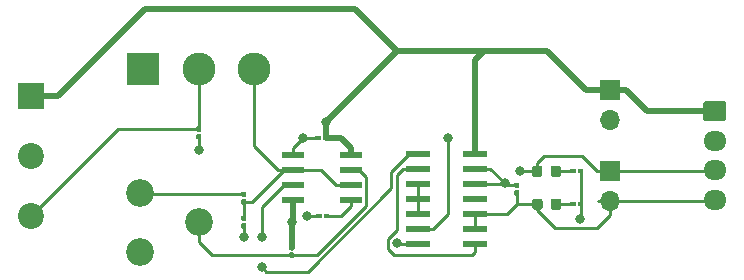
<source format=gbr>
G04 #@! TF.GenerationSoftware,KiCad,Pcbnew,(5.1.4)-1*
G04 #@! TF.CreationDate,2019-10-29T10:28:28+00:00*
G04 #@! TF.ProjectId,timer-board,74696d65-722d-4626-9f61-72642e6b6963,rev?*
G04 #@! TF.SameCoordinates,Original*
G04 #@! TF.FileFunction,Copper,L1,Top*
G04 #@! TF.FilePolarity,Positive*
%FSLAX46Y46*%
G04 Gerber Fmt 4.6, Leading zero omitted, Abs format (unit mm)*
G04 Created by KiCad (PCBNEW (5.1.4)-1) date 2019-10-29 10:28:28*
%MOMM*%
%LPD*%
G04 APERTURE LIST*
%ADD10O,1.950000X1.700000*%
%ADD11C,0.100000*%
%ADD12C,1.700000*%
%ADD13C,2.200000*%
%ADD14R,2.200000X2.200000*%
%ADD15C,0.400000*%
%ADD16C,0.875000*%
%ADD17R,1.700000X1.700000*%
%ADD18O,1.700000X1.700000*%
%ADD19C,2.340000*%
%ADD20R,2.781300X2.781300*%
%ADD21C,2.781300*%
%ADD22R,1.981200X0.558800*%
%ADD23R,2.057400X0.609600*%
%ADD24C,0.800000*%
%ADD25C,0.250000*%
%ADD26C,0.500000*%
G04 APERTURE END LIST*
D10*
X368808000Y-119260000D03*
X368808000Y-116760000D03*
X368808000Y-114260000D03*
D11*
G36*
X369557504Y-110911204D02*
G01*
X369581773Y-110914804D01*
X369605571Y-110920765D01*
X369628671Y-110929030D01*
X369650849Y-110939520D01*
X369671893Y-110952133D01*
X369691598Y-110966747D01*
X369709777Y-110983223D01*
X369726253Y-111001402D01*
X369740867Y-111021107D01*
X369753480Y-111042151D01*
X369763970Y-111064329D01*
X369772235Y-111087429D01*
X369778196Y-111111227D01*
X369781796Y-111135496D01*
X369783000Y-111160000D01*
X369783000Y-112360000D01*
X369781796Y-112384504D01*
X369778196Y-112408773D01*
X369772235Y-112432571D01*
X369763970Y-112455671D01*
X369753480Y-112477849D01*
X369740867Y-112498893D01*
X369726253Y-112518598D01*
X369709777Y-112536777D01*
X369691598Y-112553253D01*
X369671893Y-112567867D01*
X369650849Y-112580480D01*
X369628671Y-112590970D01*
X369605571Y-112599235D01*
X369581773Y-112605196D01*
X369557504Y-112608796D01*
X369533000Y-112610000D01*
X368083000Y-112610000D01*
X368058496Y-112608796D01*
X368034227Y-112605196D01*
X368010429Y-112599235D01*
X367987329Y-112590970D01*
X367965151Y-112580480D01*
X367944107Y-112567867D01*
X367924402Y-112553253D01*
X367906223Y-112536777D01*
X367889747Y-112518598D01*
X367875133Y-112498893D01*
X367862520Y-112477849D01*
X367852030Y-112455671D01*
X367843765Y-112432571D01*
X367837804Y-112408773D01*
X367834204Y-112384504D01*
X367833000Y-112360000D01*
X367833000Y-111160000D01*
X367834204Y-111135496D01*
X367837804Y-111111227D01*
X367843765Y-111087429D01*
X367852030Y-111064329D01*
X367862520Y-111042151D01*
X367875133Y-111021107D01*
X367889747Y-111001402D01*
X367906223Y-110983223D01*
X367924402Y-110966747D01*
X367944107Y-110952133D01*
X367965151Y-110939520D01*
X367987329Y-110929030D01*
X368010429Y-110920765D01*
X368034227Y-110914804D01*
X368058496Y-110911204D01*
X368083000Y-110910000D01*
X369533000Y-110910000D01*
X369557504Y-110911204D01*
X369557504Y-110911204D01*
G37*
D12*
X368808000Y-111760000D03*
D13*
X310896000Y-120650000D03*
X310896000Y-115570000D03*
D14*
X310896000Y-110490000D03*
D11*
G36*
X357583802Y-119434482D02*
G01*
X357593509Y-119435921D01*
X357603028Y-119438306D01*
X357612268Y-119441612D01*
X357621140Y-119445808D01*
X357629557Y-119450853D01*
X357637439Y-119456699D01*
X357644711Y-119463289D01*
X357651301Y-119470561D01*
X357657147Y-119478443D01*
X357662192Y-119486860D01*
X357666388Y-119495732D01*
X357669694Y-119504972D01*
X357672079Y-119514491D01*
X357673518Y-119524198D01*
X357674000Y-119534000D01*
X357674000Y-119734000D01*
X357673518Y-119743802D01*
X357672079Y-119753509D01*
X357669694Y-119763028D01*
X357666388Y-119772268D01*
X357662192Y-119781140D01*
X357657147Y-119789557D01*
X357651301Y-119797439D01*
X357644711Y-119804711D01*
X357637439Y-119811301D01*
X357629557Y-119817147D01*
X357621140Y-119822192D01*
X357612268Y-119826388D01*
X357603028Y-119829694D01*
X357593509Y-119832079D01*
X357583802Y-119833518D01*
X357574000Y-119834000D01*
X357314000Y-119834000D01*
X357304198Y-119833518D01*
X357294491Y-119832079D01*
X357284972Y-119829694D01*
X357275732Y-119826388D01*
X357266860Y-119822192D01*
X357258443Y-119817147D01*
X357250561Y-119811301D01*
X357243289Y-119804711D01*
X357236699Y-119797439D01*
X357230853Y-119789557D01*
X357225808Y-119781140D01*
X357221612Y-119772268D01*
X357218306Y-119763028D01*
X357215921Y-119753509D01*
X357214482Y-119743802D01*
X357214000Y-119734000D01*
X357214000Y-119534000D01*
X357214482Y-119524198D01*
X357215921Y-119514491D01*
X357218306Y-119504972D01*
X357221612Y-119495732D01*
X357225808Y-119486860D01*
X357230853Y-119478443D01*
X357236699Y-119470561D01*
X357243289Y-119463289D01*
X357250561Y-119456699D01*
X357258443Y-119450853D01*
X357266860Y-119445808D01*
X357275732Y-119441612D01*
X357284972Y-119438306D01*
X357294491Y-119435921D01*
X357304198Y-119434482D01*
X357314000Y-119434000D01*
X357574000Y-119434000D01*
X357583802Y-119434482D01*
X357583802Y-119434482D01*
G37*
D15*
X357444000Y-119634000D03*
D11*
G36*
X356943802Y-119434482D02*
G01*
X356953509Y-119435921D01*
X356963028Y-119438306D01*
X356972268Y-119441612D01*
X356981140Y-119445808D01*
X356989557Y-119450853D01*
X356997439Y-119456699D01*
X357004711Y-119463289D01*
X357011301Y-119470561D01*
X357017147Y-119478443D01*
X357022192Y-119486860D01*
X357026388Y-119495732D01*
X357029694Y-119504972D01*
X357032079Y-119514491D01*
X357033518Y-119524198D01*
X357034000Y-119534000D01*
X357034000Y-119734000D01*
X357033518Y-119743802D01*
X357032079Y-119753509D01*
X357029694Y-119763028D01*
X357026388Y-119772268D01*
X357022192Y-119781140D01*
X357017147Y-119789557D01*
X357011301Y-119797439D01*
X357004711Y-119804711D01*
X356997439Y-119811301D01*
X356989557Y-119817147D01*
X356981140Y-119822192D01*
X356972268Y-119826388D01*
X356963028Y-119829694D01*
X356953509Y-119832079D01*
X356943802Y-119833518D01*
X356934000Y-119834000D01*
X356674000Y-119834000D01*
X356664198Y-119833518D01*
X356654491Y-119832079D01*
X356644972Y-119829694D01*
X356635732Y-119826388D01*
X356626860Y-119822192D01*
X356618443Y-119817147D01*
X356610561Y-119811301D01*
X356603289Y-119804711D01*
X356596699Y-119797439D01*
X356590853Y-119789557D01*
X356585808Y-119781140D01*
X356581612Y-119772268D01*
X356578306Y-119763028D01*
X356575921Y-119753509D01*
X356574482Y-119743802D01*
X356574000Y-119734000D01*
X356574000Y-119534000D01*
X356574482Y-119524198D01*
X356575921Y-119514491D01*
X356578306Y-119504972D01*
X356581612Y-119495732D01*
X356585808Y-119486860D01*
X356590853Y-119478443D01*
X356596699Y-119470561D01*
X356603289Y-119463289D01*
X356610561Y-119456699D01*
X356618443Y-119450853D01*
X356626860Y-119445808D01*
X356635732Y-119441612D01*
X356644972Y-119438306D01*
X356654491Y-119435921D01*
X356664198Y-119434482D01*
X356674000Y-119434000D01*
X356934000Y-119434000D01*
X356943802Y-119434482D01*
X356943802Y-119434482D01*
G37*
D15*
X356804000Y-119634000D03*
D11*
G36*
X354036691Y-119160053D02*
G01*
X354057926Y-119163203D01*
X354078750Y-119168419D01*
X354098962Y-119175651D01*
X354118368Y-119184830D01*
X354136781Y-119195866D01*
X354154024Y-119208654D01*
X354169930Y-119223070D01*
X354184346Y-119238976D01*
X354197134Y-119256219D01*
X354208170Y-119274632D01*
X354217349Y-119294038D01*
X354224581Y-119314250D01*
X354229797Y-119335074D01*
X354232947Y-119356309D01*
X354234000Y-119377750D01*
X354234000Y-119890250D01*
X354232947Y-119911691D01*
X354229797Y-119932926D01*
X354224581Y-119953750D01*
X354217349Y-119973962D01*
X354208170Y-119993368D01*
X354197134Y-120011781D01*
X354184346Y-120029024D01*
X354169930Y-120044930D01*
X354154024Y-120059346D01*
X354136781Y-120072134D01*
X354118368Y-120083170D01*
X354098962Y-120092349D01*
X354078750Y-120099581D01*
X354057926Y-120104797D01*
X354036691Y-120107947D01*
X354015250Y-120109000D01*
X353577750Y-120109000D01*
X353556309Y-120107947D01*
X353535074Y-120104797D01*
X353514250Y-120099581D01*
X353494038Y-120092349D01*
X353474632Y-120083170D01*
X353456219Y-120072134D01*
X353438976Y-120059346D01*
X353423070Y-120044930D01*
X353408654Y-120029024D01*
X353395866Y-120011781D01*
X353384830Y-119993368D01*
X353375651Y-119973962D01*
X353368419Y-119953750D01*
X353363203Y-119932926D01*
X353360053Y-119911691D01*
X353359000Y-119890250D01*
X353359000Y-119377750D01*
X353360053Y-119356309D01*
X353363203Y-119335074D01*
X353368419Y-119314250D01*
X353375651Y-119294038D01*
X353384830Y-119274632D01*
X353395866Y-119256219D01*
X353408654Y-119238976D01*
X353423070Y-119223070D01*
X353438976Y-119208654D01*
X353456219Y-119195866D01*
X353474632Y-119184830D01*
X353494038Y-119175651D01*
X353514250Y-119168419D01*
X353535074Y-119163203D01*
X353556309Y-119160053D01*
X353577750Y-119159000D01*
X354015250Y-119159000D01*
X354036691Y-119160053D01*
X354036691Y-119160053D01*
G37*
D16*
X353796500Y-119634000D03*
D11*
G36*
X355611691Y-119160053D02*
G01*
X355632926Y-119163203D01*
X355653750Y-119168419D01*
X355673962Y-119175651D01*
X355693368Y-119184830D01*
X355711781Y-119195866D01*
X355729024Y-119208654D01*
X355744930Y-119223070D01*
X355759346Y-119238976D01*
X355772134Y-119256219D01*
X355783170Y-119274632D01*
X355792349Y-119294038D01*
X355799581Y-119314250D01*
X355804797Y-119335074D01*
X355807947Y-119356309D01*
X355809000Y-119377750D01*
X355809000Y-119890250D01*
X355807947Y-119911691D01*
X355804797Y-119932926D01*
X355799581Y-119953750D01*
X355792349Y-119973962D01*
X355783170Y-119993368D01*
X355772134Y-120011781D01*
X355759346Y-120029024D01*
X355744930Y-120044930D01*
X355729024Y-120059346D01*
X355711781Y-120072134D01*
X355693368Y-120083170D01*
X355673962Y-120092349D01*
X355653750Y-120099581D01*
X355632926Y-120104797D01*
X355611691Y-120107947D01*
X355590250Y-120109000D01*
X355152750Y-120109000D01*
X355131309Y-120107947D01*
X355110074Y-120104797D01*
X355089250Y-120099581D01*
X355069038Y-120092349D01*
X355049632Y-120083170D01*
X355031219Y-120072134D01*
X355013976Y-120059346D01*
X354998070Y-120044930D01*
X354983654Y-120029024D01*
X354970866Y-120011781D01*
X354959830Y-119993368D01*
X354950651Y-119973962D01*
X354943419Y-119953750D01*
X354938203Y-119932926D01*
X354935053Y-119911691D01*
X354934000Y-119890250D01*
X354934000Y-119377750D01*
X354935053Y-119356309D01*
X354938203Y-119335074D01*
X354943419Y-119314250D01*
X354950651Y-119294038D01*
X354959830Y-119274632D01*
X354970866Y-119256219D01*
X354983654Y-119238976D01*
X354998070Y-119223070D01*
X355013976Y-119208654D01*
X355031219Y-119195866D01*
X355049632Y-119184830D01*
X355069038Y-119175651D01*
X355089250Y-119168419D01*
X355110074Y-119163203D01*
X355131309Y-119160053D01*
X355152750Y-119159000D01*
X355590250Y-119159000D01*
X355611691Y-119160053D01*
X355611691Y-119160053D01*
G37*
D16*
X355371500Y-119634000D03*
D11*
G36*
X329039802Y-121248482D02*
G01*
X329049509Y-121249921D01*
X329059028Y-121252306D01*
X329068268Y-121255612D01*
X329077140Y-121259808D01*
X329085557Y-121264853D01*
X329093439Y-121270699D01*
X329100711Y-121277289D01*
X329107301Y-121284561D01*
X329113147Y-121292443D01*
X329118192Y-121300860D01*
X329122388Y-121309732D01*
X329125694Y-121318972D01*
X329128079Y-121328491D01*
X329129518Y-121338198D01*
X329130000Y-121348000D01*
X329130000Y-121608000D01*
X329129518Y-121617802D01*
X329128079Y-121627509D01*
X329125694Y-121637028D01*
X329122388Y-121646268D01*
X329118192Y-121655140D01*
X329113147Y-121663557D01*
X329107301Y-121671439D01*
X329100711Y-121678711D01*
X329093439Y-121685301D01*
X329085557Y-121691147D01*
X329077140Y-121696192D01*
X329068268Y-121700388D01*
X329059028Y-121703694D01*
X329049509Y-121706079D01*
X329039802Y-121707518D01*
X329030000Y-121708000D01*
X328830000Y-121708000D01*
X328820198Y-121707518D01*
X328810491Y-121706079D01*
X328800972Y-121703694D01*
X328791732Y-121700388D01*
X328782860Y-121696192D01*
X328774443Y-121691147D01*
X328766561Y-121685301D01*
X328759289Y-121678711D01*
X328752699Y-121671439D01*
X328746853Y-121663557D01*
X328741808Y-121655140D01*
X328737612Y-121646268D01*
X328734306Y-121637028D01*
X328731921Y-121627509D01*
X328730482Y-121617802D01*
X328730000Y-121608000D01*
X328730000Y-121348000D01*
X328730482Y-121338198D01*
X328731921Y-121328491D01*
X328734306Y-121318972D01*
X328737612Y-121309732D01*
X328741808Y-121300860D01*
X328746853Y-121292443D01*
X328752699Y-121284561D01*
X328759289Y-121277289D01*
X328766561Y-121270699D01*
X328774443Y-121264853D01*
X328782860Y-121259808D01*
X328791732Y-121255612D01*
X328800972Y-121252306D01*
X328810491Y-121249921D01*
X328820198Y-121248482D01*
X328830000Y-121248000D01*
X329030000Y-121248000D01*
X329039802Y-121248482D01*
X329039802Y-121248482D01*
G37*
D15*
X328930000Y-121478000D03*
D11*
G36*
X329039802Y-120608482D02*
G01*
X329049509Y-120609921D01*
X329059028Y-120612306D01*
X329068268Y-120615612D01*
X329077140Y-120619808D01*
X329085557Y-120624853D01*
X329093439Y-120630699D01*
X329100711Y-120637289D01*
X329107301Y-120644561D01*
X329113147Y-120652443D01*
X329118192Y-120660860D01*
X329122388Y-120669732D01*
X329125694Y-120678972D01*
X329128079Y-120688491D01*
X329129518Y-120698198D01*
X329130000Y-120708000D01*
X329130000Y-120968000D01*
X329129518Y-120977802D01*
X329128079Y-120987509D01*
X329125694Y-120997028D01*
X329122388Y-121006268D01*
X329118192Y-121015140D01*
X329113147Y-121023557D01*
X329107301Y-121031439D01*
X329100711Y-121038711D01*
X329093439Y-121045301D01*
X329085557Y-121051147D01*
X329077140Y-121056192D01*
X329068268Y-121060388D01*
X329059028Y-121063694D01*
X329049509Y-121066079D01*
X329039802Y-121067518D01*
X329030000Y-121068000D01*
X328830000Y-121068000D01*
X328820198Y-121067518D01*
X328810491Y-121066079D01*
X328800972Y-121063694D01*
X328791732Y-121060388D01*
X328782860Y-121056192D01*
X328774443Y-121051147D01*
X328766561Y-121045301D01*
X328759289Y-121038711D01*
X328752699Y-121031439D01*
X328746853Y-121023557D01*
X328741808Y-121015140D01*
X328737612Y-121006268D01*
X328734306Y-120997028D01*
X328731921Y-120987509D01*
X328730482Y-120977802D01*
X328730000Y-120968000D01*
X328730000Y-120708000D01*
X328730482Y-120698198D01*
X328731921Y-120688491D01*
X328734306Y-120678972D01*
X328737612Y-120669732D01*
X328741808Y-120660860D01*
X328746853Y-120652443D01*
X328752699Y-120644561D01*
X328759289Y-120637289D01*
X328766561Y-120630699D01*
X328774443Y-120624853D01*
X328782860Y-120619808D01*
X328791732Y-120615612D01*
X328800972Y-120612306D01*
X328810491Y-120609921D01*
X328820198Y-120608482D01*
X328830000Y-120608000D01*
X329030000Y-120608000D01*
X329039802Y-120608482D01*
X329039802Y-120608482D01*
G37*
D15*
X328930000Y-120838000D03*
D11*
G36*
X335993802Y-113846482D02*
G01*
X336003509Y-113847921D01*
X336013028Y-113850306D01*
X336022268Y-113853612D01*
X336031140Y-113857808D01*
X336039557Y-113862853D01*
X336047439Y-113868699D01*
X336054711Y-113875289D01*
X336061301Y-113882561D01*
X336067147Y-113890443D01*
X336072192Y-113898860D01*
X336076388Y-113907732D01*
X336079694Y-113916972D01*
X336082079Y-113926491D01*
X336083518Y-113936198D01*
X336084000Y-113946000D01*
X336084000Y-114146000D01*
X336083518Y-114155802D01*
X336082079Y-114165509D01*
X336079694Y-114175028D01*
X336076388Y-114184268D01*
X336072192Y-114193140D01*
X336067147Y-114201557D01*
X336061301Y-114209439D01*
X336054711Y-114216711D01*
X336047439Y-114223301D01*
X336039557Y-114229147D01*
X336031140Y-114234192D01*
X336022268Y-114238388D01*
X336013028Y-114241694D01*
X336003509Y-114244079D01*
X335993802Y-114245518D01*
X335984000Y-114246000D01*
X335724000Y-114246000D01*
X335714198Y-114245518D01*
X335704491Y-114244079D01*
X335694972Y-114241694D01*
X335685732Y-114238388D01*
X335676860Y-114234192D01*
X335668443Y-114229147D01*
X335660561Y-114223301D01*
X335653289Y-114216711D01*
X335646699Y-114209439D01*
X335640853Y-114201557D01*
X335635808Y-114193140D01*
X335631612Y-114184268D01*
X335628306Y-114175028D01*
X335625921Y-114165509D01*
X335624482Y-114155802D01*
X335624000Y-114146000D01*
X335624000Y-113946000D01*
X335624482Y-113936198D01*
X335625921Y-113926491D01*
X335628306Y-113916972D01*
X335631612Y-113907732D01*
X335635808Y-113898860D01*
X335640853Y-113890443D01*
X335646699Y-113882561D01*
X335653289Y-113875289D01*
X335660561Y-113868699D01*
X335668443Y-113862853D01*
X335676860Y-113857808D01*
X335685732Y-113853612D01*
X335694972Y-113850306D01*
X335704491Y-113847921D01*
X335714198Y-113846482D01*
X335724000Y-113846000D01*
X335984000Y-113846000D01*
X335993802Y-113846482D01*
X335993802Y-113846482D01*
G37*
D15*
X335854000Y-114046000D03*
D11*
G36*
X335353802Y-113846482D02*
G01*
X335363509Y-113847921D01*
X335373028Y-113850306D01*
X335382268Y-113853612D01*
X335391140Y-113857808D01*
X335399557Y-113862853D01*
X335407439Y-113868699D01*
X335414711Y-113875289D01*
X335421301Y-113882561D01*
X335427147Y-113890443D01*
X335432192Y-113898860D01*
X335436388Y-113907732D01*
X335439694Y-113916972D01*
X335442079Y-113926491D01*
X335443518Y-113936198D01*
X335444000Y-113946000D01*
X335444000Y-114146000D01*
X335443518Y-114155802D01*
X335442079Y-114165509D01*
X335439694Y-114175028D01*
X335436388Y-114184268D01*
X335432192Y-114193140D01*
X335427147Y-114201557D01*
X335421301Y-114209439D01*
X335414711Y-114216711D01*
X335407439Y-114223301D01*
X335399557Y-114229147D01*
X335391140Y-114234192D01*
X335382268Y-114238388D01*
X335373028Y-114241694D01*
X335363509Y-114244079D01*
X335353802Y-114245518D01*
X335344000Y-114246000D01*
X335084000Y-114246000D01*
X335074198Y-114245518D01*
X335064491Y-114244079D01*
X335054972Y-114241694D01*
X335045732Y-114238388D01*
X335036860Y-114234192D01*
X335028443Y-114229147D01*
X335020561Y-114223301D01*
X335013289Y-114216711D01*
X335006699Y-114209439D01*
X335000853Y-114201557D01*
X334995808Y-114193140D01*
X334991612Y-114184268D01*
X334988306Y-114175028D01*
X334985921Y-114165509D01*
X334984482Y-114155802D01*
X334984000Y-114146000D01*
X334984000Y-113946000D01*
X334984482Y-113936198D01*
X334985921Y-113926491D01*
X334988306Y-113916972D01*
X334991612Y-113907732D01*
X334995808Y-113898860D01*
X335000853Y-113890443D01*
X335006699Y-113882561D01*
X335013289Y-113875289D01*
X335020561Y-113868699D01*
X335028443Y-113862853D01*
X335036860Y-113857808D01*
X335045732Y-113853612D01*
X335054972Y-113850306D01*
X335064491Y-113847921D01*
X335074198Y-113846482D01*
X335084000Y-113846000D01*
X335344000Y-113846000D01*
X335353802Y-113846482D01*
X335353802Y-113846482D01*
G37*
D15*
X335214000Y-114046000D03*
D11*
G36*
X336084802Y-120450482D02*
G01*
X336094509Y-120451921D01*
X336104028Y-120454306D01*
X336113268Y-120457612D01*
X336122140Y-120461808D01*
X336130557Y-120466853D01*
X336138439Y-120472699D01*
X336145711Y-120479289D01*
X336152301Y-120486561D01*
X336158147Y-120494443D01*
X336163192Y-120502860D01*
X336167388Y-120511732D01*
X336170694Y-120520972D01*
X336173079Y-120530491D01*
X336174518Y-120540198D01*
X336175000Y-120550000D01*
X336175000Y-120750000D01*
X336174518Y-120759802D01*
X336173079Y-120769509D01*
X336170694Y-120779028D01*
X336167388Y-120788268D01*
X336163192Y-120797140D01*
X336158147Y-120805557D01*
X336152301Y-120813439D01*
X336145711Y-120820711D01*
X336138439Y-120827301D01*
X336130557Y-120833147D01*
X336122140Y-120838192D01*
X336113268Y-120842388D01*
X336104028Y-120845694D01*
X336094509Y-120848079D01*
X336084802Y-120849518D01*
X336075000Y-120850000D01*
X335815000Y-120850000D01*
X335805198Y-120849518D01*
X335795491Y-120848079D01*
X335785972Y-120845694D01*
X335776732Y-120842388D01*
X335767860Y-120838192D01*
X335759443Y-120833147D01*
X335751561Y-120827301D01*
X335744289Y-120820711D01*
X335737699Y-120813439D01*
X335731853Y-120805557D01*
X335726808Y-120797140D01*
X335722612Y-120788268D01*
X335719306Y-120779028D01*
X335716921Y-120769509D01*
X335715482Y-120759802D01*
X335715000Y-120750000D01*
X335715000Y-120550000D01*
X335715482Y-120540198D01*
X335716921Y-120530491D01*
X335719306Y-120520972D01*
X335722612Y-120511732D01*
X335726808Y-120502860D01*
X335731853Y-120494443D01*
X335737699Y-120486561D01*
X335744289Y-120479289D01*
X335751561Y-120472699D01*
X335759443Y-120466853D01*
X335767860Y-120461808D01*
X335776732Y-120457612D01*
X335785972Y-120454306D01*
X335795491Y-120451921D01*
X335805198Y-120450482D01*
X335815000Y-120450000D01*
X336075000Y-120450000D01*
X336084802Y-120450482D01*
X336084802Y-120450482D01*
G37*
D15*
X335945000Y-120650000D03*
D11*
G36*
X335444802Y-120450482D02*
G01*
X335454509Y-120451921D01*
X335464028Y-120454306D01*
X335473268Y-120457612D01*
X335482140Y-120461808D01*
X335490557Y-120466853D01*
X335498439Y-120472699D01*
X335505711Y-120479289D01*
X335512301Y-120486561D01*
X335518147Y-120494443D01*
X335523192Y-120502860D01*
X335527388Y-120511732D01*
X335530694Y-120520972D01*
X335533079Y-120530491D01*
X335534518Y-120540198D01*
X335535000Y-120550000D01*
X335535000Y-120750000D01*
X335534518Y-120759802D01*
X335533079Y-120769509D01*
X335530694Y-120779028D01*
X335527388Y-120788268D01*
X335523192Y-120797140D01*
X335518147Y-120805557D01*
X335512301Y-120813439D01*
X335505711Y-120820711D01*
X335498439Y-120827301D01*
X335490557Y-120833147D01*
X335482140Y-120838192D01*
X335473268Y-120842388D01*
X335464028Y-120845694D01*
X335454509Y-120848079D01*
X335444802Y-120849518D01*
X335435000Y-120850000D01*
X335175000Y-120850000D01*
X335165198Y-120849518D01*
X335155491Y-120848079D01*
X335145972Y-120845694D01*
X335136732Y-120842388D01*
X335127860Y-120838192D01*
X335119443Y-120833147D01*
X335111561Y-120827301D01*
X335104289Y-120820711D01*
X335097699Y-120813439D01*
X335091853Y-120805557D01*
X335086808Y-120797140D01*
X335082612Y-120788268D01*
X335079306Y-120779028D01*
X335076921Y-120769509D01*
X335075482Y-120759802D01*
X335075000Y-120750000D01*
X335075000Y-120550000D01*
X335075482Y-120540198D01*
X335076921Y-120530491D01*
X335079306Y-120520972D01*
X335082612Y-120511732D01*
X335086808Y-120502860D01*
X335091853Y-120494443D01*
X335097699Y-120486561D01*
X335104289Y-120479289D01*
X335111561Y-120472699D01*
X335119443Y-120466853D01*
X335127860Y-120461808D01*
X335136732Y-120457612D01*
X335145972Y-120454306D01*
X335155491Y-120451921D01*
X335165198Y-120450482D01*
X335175000Y-120450000D01*
X335435000Y-120450000D01*
X335444802Y-120450482D01*
X335444802Y-120450482D01*
G37*
D15*
X335305000Y-120650000D03*
D11*
G36*
X355586191Y-116366053D02*
G01*
X355607426Y-116369203D01*
X355628250Y-116374419D01*
X355648462Y-116381651D01*
X355667868Y-116390830D01*
X355686281Y-116401866D01*
X355703524Y-116414654D01*
X355719430Y-116429070D01*
X355733846Y-116444976D01*
X355746634Y-116462219D01*
X355757670Y-116480632D01*
X355766849Y-116500038D01*
X355774081Y-116520250D01*
X355779297Y-116541074D01*
X355782447Y-116562309D01*
X355783500Y-116583750D01*
X355783500Y-117096250D01*
X355782447Y-117117691D01*
X355779297Y-117138926D01*
X355774081Y-117159750D01*
X355766849Y-117179962D01*
X355757670Y-117199368D01*
X355746634Y-117217781D01*
X355733846Y-117235024D01*
X355719430Y-117250930D01*
X355703524Y-117265346D01*
X355686281Y-117278134D01*
X355667868Y-117289170D01*
X355648462Y-117298349D01*
X355628250Y-117305581D01*
X355607426Y-117310797D01*
X355586191Y-117313947D01*
X355564750Y-117315000D01*
X355127250Y-117315000D01*
X355105809Y-117313947D01*
X355084574Y-117310797D01*
X355063750Y-117305581D01*
X355043538Y-117298349D01*
X355024132Y-117289170D01*
X355005719Y-117278134D01*
X354988476Y-117265346D01*
X354972570Y-117250930D01*
X354958154Y-117235024D01*
X354945366Y-117217781D01*
X354934330Y-117199368D01*
X354925151Y-117179962D01*
X354917919Y-117159750D01*
X354912703Y-117138926D01*
X354909553Y-117117691D01*
X354908500Y-117096250D01*
X354908500Y-116583750D01*
X354909553Y-116562309D01*
X354912703Y-116541074D01*
X354917919Y-116520250D01*
X354925151Y-116500038D01*
X354934330Y-116480632D01*
X354945366Y-116462219D01*
X354958154Y-116444976D01*
X354972570Y-116429070D01*
X354988476Y-116414654D01*
X355005719Y-116401866D01*
X355024132Y-116390830D01*
X355043538Y-116381651D01*
X355063750Y-116374419D01*
X355084574Y-116369203D01*
X355105809Y-116366053D01*
X355127250Y-116365000D01*
X355564750Y-116365000D01*
X355586191Y-116366053D01*
X355586191Y-116366053D01*
G37*
D16*
X355346000Y-116840000D03*
D11*
G36*
X354011191Y-116366053D02*
G01*
X354032426Y-116369203D01*
X354053250Y-116374419D01*
X354073462Y-116381651D01*
X354092868Y-116390830D01*
X354111281Y-116401866D01*
X354128524Y-116414654D01*
X354144430Y-116429070D01*
X354158846Y-116444976D01*
X354171634Y-116462219D01*
X354182670Y-116480632D01*
X354191849Y-116500038D01*
X354199081Y-116520250D01*
X354204297Y-116541074D01*
X354207447Y-116562309D01*
X354208500Y-116583750D01*
X354208500Y-117096250D01*
X354207447Y-117117691D01*
X354204297Y-117138926D01*
X354199081Y-117159750D01*
X354191849Y-117179962D01*
X354182670Y-117199368D01*
X354171634Y-117217781D01*
X354158846Y-117235024D01*
X354144430Y-117250930D01*
X354128524Y-117265346D01*
X354111281Y-117278134D01*
X354092868Y-117289170D01*
X354073462Y-117298349D01*
X354053250Y-117305581D01*
X354032426Y-117310797D01*
X354011191Y-117313947D01*
X353989750Y-117315000D01*
X353552250Y-117315000D01*
X353530809Y-117313947D01*
X353509574Y-117310797D01*
X353488750Y-117305581D01*
X353468538Y-117298349D01*
X353449132Y-117289170D01*
X353430719Y-117278134D01*
X353413476Y-117265346D01*
X353397570Y-117250930D01*
X353383154Y-117235024D01*
X353370366Y-117217781D01*
X353359330Y-117199368D01*
X353350151Y-117179962D01*
X353342919Y-117159750D01*
X353337703Y-117138926D01*
X353334553Y-117117691D01*
X353333500Y-117096250D01*
X353333500Y-116583750D01*
X353334553Y-116562309D01*
X353337703Y-116541074D01*
X353342919Y-116520250D01*
X353350151Y-116500038D01*
X353359330Y-116480632D01*
X353370366Y-116462219D01*
X353383154Y-116444976D01*
X353397570Y-116429070D01*
X353413476Y-116414654D01*
X353430719Y-116401866D01*
X353449132Y-116390830D01*
X353468538Y-116381651D01*
X353488750Y-116374419D01*
X353509574Y-116369203D01*
X353530809Y-116366053D01*
X353552250Y-116365000D01*
X353989750Y-116365000D01*
X354011191Y-116366053D01*
X354011191Y-116366053D01*
G37*
D16*
X353771000Y-116840000D03*
D17*
X359918000Y-109982000D03*
D18*
X359918000Y-112522000D03*
X359918000Y-119380000D03*
D17*
X359918000Y-116840000D03*
D11*
G36*
X325229802Y-113054482D02*
G01*
X325239509Y-113055921D01*
X325249028Y-113058306D01*
X325258268Y-113061612D01*
X325267140Y-113065808D01*
X325275557Y-113070853D01*
X325283439Y-113076699D01*
X325290711Y-113083289D01*
X325297301Y-113090561D01*
X325303147Y-113098443D01*
X325308192Y-113106860D01*
X325312388Y-113115732D01*
X325315694Y-113124972D01*
X325318079Y-113134491D01*
X325319518Y-113144198D01*
X325320000Y-113154000D01*
X325320000Y-113414000D01*
X325319518Y-113423802D01*
X325318079Y-113433509D01*
X325315694Y-113443028D01*
X325312388Y-113452268D01*
X325308192Y-113461140D01*
X325303147Y-113469557D01*
X325297301Y-113477439D01*
X325290711Y-113484711D01*
X325283439Y-113491301D01*
X325275557Y-113497147D01*
X325267140Y-113502192D01*
X325258268Y-113506388D01*
X325249028Y-113509694D01*
X325239509Y-113512079D01*
X325229802Y-113513518D01*
X325220000Y-113514000D01*
X325020000Y-113514000D01*
X325010198Y-113513518D01*
X325000491Y-113512079D01*
X324990972Y-113509694D01*
X324981732Y-113506388D01*
X324972860Y-113502192D01*
X324964443Y-113497147D01*
X324956561Y-113491301D01*
X324949289Y-113484711D01*
X324942699Y-113477439D01*
X324936853Y-113469557D01*
X324931808Y-113461140D01*
X324927612Y-113452268D01*
X324924306Y-113443028D01*
X324921921Y-113433509D01*
X324920482Y-113423802D01*
X324920000Y-113414000D01*
X324920000Y-113154000D01*
X324920482Y-113144198D01*
X324921921Y-113134491D01*
X324924306Y-113124972D01*
X324927612Y-113115732D01*
X324931808Y-113106860D01*
X324936853Y-113098443D01*
X324942699Y-113090561D01*
X324949289Y-113083289D01*
X324956561Y-113076699D01*
X324964443Y-113070853D01*
X324972860Y-113065808D01*
X324981732Y-113061612D01*
X324990972Y-113058306D01*
X325000491Y-113055921D01*
X325010198Y-113054482D01*
X325020000Y-113054000D01*
X325220000Y-113054000D01*
X325229802Y-113054482D01*
X325229802Y-113054482D01*
G37*
D15*
X325120000Y-113284000D03*
D11*
G36*
X325229802Y-113694482D02*
G01*
X325239509Y-113695921D01*
X325249028Y-113698306D01*
X325258268Y-113701612D01*
X325267140Y-113705808D01*
X325275557Y-113710853D01*
X325283439Y-113716699D01*
X325290711Y-113723289D01*
X325297301Y-113730561D01*
X325303147Y-113738443D01*
X325308192Y-113746860D01*
X325312388Y-113755732D01*
X325315694Y-113764972D01*
X325318079Y-113774491D01*
X325319518Y-113784198D01*
X325320000Y-113794000D01*
X325320000Y-114054000D01*
X325319518Y-114063802D01*
X325318079Y-114073509D01*
X325315694Y-114083028D01*
X325312388Y-114092268D01*
X325308192Y-114101140D01*
X325303147Y-114109557D01*
X325297301Y-114117439D01*
X325290711Y-114124711D01*
X325283439Y-114131301D01*
X325275557Y-114137147D01*
X325267140Y-114142192D01*
X325258268Y-114146388D01*
X325249028Y-114149694D01*
X325239509Y-114152079D01*
X325229802Y-114153518D01*
X325220000Y-114154000D01*
X325020000Y-114154000D01*
X325010198Y-114153518D01*
X325000491Y-114152079D01*
X324990972Y-114149694D01*
X324981732Y-114146388D01*
X324972860Y-114142192D01*
X324964443Y-114137147D01*
X324956561Y-114131301D01*
X324949289Y-114124711D01*
X324942699Y-114117439D01*
X324936853Y-114109557D01*
X324931808Y-114101140D01*
X324927612Y-114092268D01*
X324924306Y-114083028D01*
X324921921Y-114073509D01*
X324920482Y-114063802D01*
X324920000Y-114054000D01*
X324920000Y-113794000D01*
X324920482Y-113784198D01*
X324921921Y-113774491D01*
X324924306Y-113764972D01*
X324927612Y-113755732D01*
X324931808Y-113746860D01*
X324936853Y-113738443D01*
X324942699Y-113730561D01*
X324949289Y-113723289D01*
X324956561Y-113716699D01*
X324964443Y-113710853D01*
X324972860Y-113705808D01*
X324981732Y-113701612D01*
X324990972Y-113698306D01*
X325000491Y-113695921D01*
X325010198Y-113694482D01*
X325020000Y-113694000D01*
X325220000Y-113694000D01*
X325229802Y-113694482D01*
X325229802Y-113694482D01*
G37*
D15*
X325120000Y-113924000D03*
D11*
G36*
X333103802Y-123722482D02*
G01*
X333113509Y-123723921D01*
X333123028Y-123726306D01*
X333132268Y-123729612D01*
X333141140Y-123733808D01*
X333149557Y-123738853D01*
X333157439Y-123744699D01*
X333164711Y-123751289D01*
X333171301Y-123758561D01*
X333177147Y-123766443D01*
X333182192Y-123774860D01*
X333186388Y-123783732D01*
X333189694Y-123792972D01*
X333192079Y-123802491D01*
X333193518Y-123812198D01*
X333194000Y-123822000D01*
X333194000Y-124082000D01*
X333193518Y-124091802D01*
X333192079Y-124101509D01*
X333189694Y-124111028D01*
X333186388Y-124120268D01*
X333182192Y-124129140D01*
X333177147Y-124137557D01*
X333171301Y-124145439D01*
X333164711Y-124152711D01*
X333157439Y-124159301D01*
X333149557Y-124165147D01*
X333141140Y-124170192D01*
X333132268Y-124174388D01*
X333123028Y-124177694D01*
X333113509Y-124180079D01*
X333103802Y-124181518D01*
X333094000Y-124182000D01*
X332894000Y-124182000D01*
X332884198Y-124181518D01*
X332874491Y-124180079D01*
X332864972Y-124177694D01*
X332855732Y-124174388D01*
X332846860Y-124170192D01*
X332838443Y-124165147D01*
X332830561Y-124159301D01*
X332823289Y-124152711D01*
X332816699Y-124145439D01*
X332810853Y-124137557D01*
X332805808Y-124129140D01*
X332801612Y-124120268D01*
X332798306Y-124111028D01*
X332795921Y-124101509D01*
X332794482Y-124091802D01*
X332794000Y-124082000D01*
X332794000Y-123822000D01*
X332794482Y-123812198D01*
X332795921Y-123802491D01*
X332798306Y-123792972D01*
X332801612Y-123783732D01*
X332805808Y-123774860D01*
X332810853Y-123766443D01*
X332816699Y-123758561D01*
X332823289Y-123751289D01*
X332830561Y-123744699D01*
X332838443Y-123738853D01*
X332846860Y-123733808D01*
X332855732Y-123729612D01*
X332864972Y-123726306D01*
X332874491Y-123723921D01*
X332884198Y-123722482D01*
X332894000Y-123722000D01*
X333094000Y-123722000D01*
X333103802Y-123722482D01*
X333103802Y-123722482D01*
G37*
D15*
X332994000Y-123952000D03*
D11*
G36*
X333103802Y-123082482D02*
G01*
X333113509Y-123083921D01*
X333123028Y-123086306D01*
X333132268Y-123089612D01*
X333141140Y-123093808D01*
X333149557Y-123098853D01*
X333157439Y-123104699D01*
X333164711Y-123111289D01*
X333171301Y-123118561D01*
X333177147Y-123126443D01*
X333182192Y-123134860D01*
X333186388Y-123143732D01*
X333189694Y-123152972D01*
X333192079Y-123162491D01*
X333193518Y-123172198D01*
X333194000Y-123182000D01*
X333194000Y-123442000D01*
X333193518Y-123451802D01*
X333192079Y-123461509D01*
X333189694Y-123471028D01*
X333186388Y-123480268D01*
X333182192Y-123489140D01*
X333177147Y-123497557D01*
X333171301Y-123505439D01*
X333164711Y-123512711D01*
X333157439Y-123519301D01*
X333149557Y-123525147D01*
X333141140Y-123530192D01*
X333132268Y-123534388D01*
X333123028Y-123537694D01*
X333113509Y-123540079D01*
X333103802Y-123541518D01*
X333094000Y-123542000D01*
X332894000Y-123542000D01*
X332884198Y-123541518D01*
X332874491Y-123540079D01*
X332864972Y-123537694D01*
X332855732Y-123534388D01*
X332846860Y-123530192D01*
X332838443Y-123525147D01*
X332830561Y-123519301D01*
X332823289Y-123512711D01*
X332816699Y-123505439D01*
X332810853Y-123497557D01*
X332805808Y-123489140D01*
X332801612Y-123480268D01*
X332798306Y-123471028D01*
X332795921Y-123461509D01*
X332794482Y-123451802D01*
X332794000Y-123442000D01*
X332794000Y-123182000D01*
X332794482Y-123172198D01*
X332795921Y-123162491D01*
X332798306Y-123152972D01*
X332801612Y-123143732D01*
X332805808Y-123134860D01*
X332810853Y-123126443D01*
X332816699Y-123118561D01*
X332823289Y-123111289D01*
X332830561Y-123104699D01*
X332838443Y-123098853D01*
X332846860Y-123093808D01*
X332855732Y-123089612D01*
X332864972Y-123086306D01*
X332874491Y-123083921D01*
X332884198Y-123082482D01*
X332894000Y-123082000D01*
X333094000Y-123082000D01*
X333103802Y-123082482D01*
X333103802Y-123082482D01*
G37*
D15*
X332994000Y-123312000D03*
D11*
G36*
X329039802Y-118576482D02*
G01*
X329049509Y-118577921D01*
X329059028Y-118580306D01*
X329068268Y-118583612D01*
X329077140Y-118587808D01*
X329085557Y-118592853D01*
X329093439Y-118598699D01*
X329100711Y-118605289D01*
X329107301Y-118612561D01*
X329113147Y-118620443D01*
X329118192Y-118628860D01*
X329122388Y-118637732D01*
X329125694Y-118646972D01*
X329128079Y-118656491D01*
X329129518Y-118666198D01*
X329130000Y-118676000D01*
X329130000Y-118936000D01*
X329129518Y-118945802D01*
X329128079Y-118955509D01*
X329125694Y-118965028D01*
X329122388Y-118974268D01*
X329118192Y-118983140D01*
X329113147Y-118991557D01*
X329107301Y-118999439D01*
X329100711Y-119006711D01*
X329093439Y-119013301D01*
X329085557Y-119019147D01*
X329077140Y-119024192D01*
X329068268Y-119028388D01*
X329059028Y-119031694D01*
X329049509Y-119034079D01*
X329039802Y-119035518D01*
X329030000Y-119036000D01*
X328830000Y-119036000D01*
X328820198Y-119035518D01*
X328810491Y-119034079D01*
X328800972Y-119031694D01*
X328791732Y-119028388D01*
X328782860Y-119024192D01*
X328774443Y-119019147D01*
X328766561Y-119013301D01*
X328759289Y-119006711D01*
X328752699Y-118999439D01*
X328746853Y-118991557D01*
X328741808Y-118983140D01*
X328737612Y-118974268D01*
X328734306Y-118965028D01*
X328731921Y-118955509D01*
X328730482Y-118945802D01*
X328730000Y-118936000D01*
X328730000Y-118676000D01*
X328730482Y-118666198D01*
X328731921Y-118656491D01*
X328734306Y-118646972D01*
X328737612Y-118637732D01*
X328741808Y-118628860D01*
X328746853Y-118620443D01*
X328752699Y-118612561D01*
X328759289Y-118605289D01*
X328766561Y-118598699D01*
X328774443Y-118592853D01*
X328782860Y-118587808D01*
X328791732Y-118583612D01*
X328800972Y-118580306D01*
X328810491Y-118577921D01*
X328820198Y-118576482D01*
X328830000Y-118576000D01*
X329030000Y-118576000D01*
X329039802Y-118576482D01*
X329039802Y-118576482D01*
G37*
D15*
X328930000Y-118806000D03*
D11*
G36*
X329039802Y-119216482D02*
G01*
X329049509Y-119217921D01*
X329059028Y-119220306D01*
X329068268Y-119223612D01*
X329077140Y-119227808D01*
X329085557Y-119232853D01*
X329093439Y-119238699D01*
X329100711Y-119245289D01*
X329107301Y-119252561D01*
X329113147Y-119260443D01*
X329118192Y-119268860D01*
X329122388Y-119277732D01*
X329125694Y-119286972D01*
X329128079Y-119296491D01*
X329129518Y-119306198D01*
X329130000Y-119316000D01*
X329130000Y-119576000D01*
X329129518Y-119585802D01*
X329128079Y-119595509D01*
X329125694Y-119605028D01*
X329122388Y-119614268D01*
X329118192Y-119623140D01*
X329113147Y-119631557D01*
X329107301Y-119639439D01*
X329100711Y-119646711D01*
X329093439Y-119653301D01*
X329085557Y-119659147D01*
X329077140Y-119664192D01*
X329068268Y-119668388D01*
X329059028Y-119671694D01*
X329049509Y-119674079D01*
X329039802Y-119675518D01*
X329030000Y-119676000D01*
X328830000Y-119676000D01*
X328820198Y-119675518D01*
X328810491Y-119674079D01*
X328800972Y-119671694D01*
X328791732Y-119668388D01*
X328782860Y-119664192D01*
X328774443Y-119659147D01*
X328766561Y-119653301D01*
X328759289Y-119646711D01*
X328752699Y-119639439D01*
X328746853Y-119631557D01*
X328741808Y-119623140D01*
X328737612Y-119614268D01*
X328734306Y-119605028D01*
X328731921Y-119595509D01*
X328730482Y-119585802D01*
X328730000Y-119576000D01*
X328730000Y-119316000D01*
X328730482Y-119306198D01*
X328731921Y-119296491D01*
X328734306Y-119286972D01*
X328737612Y-119277732D01*
X328741808Y-119268860D01*
X328746853Y-119260443D01*
X328752699Y-119252561D01*
X328759289Y-119245289D01*
X328766561Y-119238699D01*
X328774443Y-119232853D01*
X328782860Y-119227808D01*
X328791732Y-119223612D01*
X328800972Y-119220306D01*
X328810491Y-119217921D01*
X328820198Y-119216482D01*
X328830000Y-119216000D01*
X329030000Y-119216000D01*
X329039802Y-119216482D01*
X329039802Y-119216482D01*
G37*
D15*
X328930000Y-119446000D03*
D11*
G36*
X352153802Y-117814482D02*
G01*
X352163509Y-117815921D01*
X352173028Y-117818306D01*
X352182268Y-117821612D01*
X352191140Y-117825808D01*
X352199557Y-117830853D01*
X352207439Y-117836699D01*
X352214711Y-117843289D01*
X352221301Y-117850561D01*
X352227147Y-117858443D01*
X352232192Y-117866860D01*
X352236388Y-117875732D01*
X352239694Y-117884972D01*
X352242079Y-117894491D01*
X352243518Y-117904198D01*
X352244000Y-117914000D01*
X352244000Y-118174000D01*
X352243518Y-118183802D01*
X352242079Y-118193509D01*
X352239694Y-118203028D01*
X352236388Y-118212268D01*
X352232192Y-118221140D01*
X352227147Y-118229557D01*
X352221301Y-118237439D01*
X352214711Y-118244711D01*
X352207439Y-118251301D01*
X352199557Y-118257147D01*
X352191140Y-118262192D01*
X352182268Y-118266388D01*
X352173028Y-118269694D01*
X352163509Y-118272079D01*
X352153802Y-118273518D01*
X352144000Y-118274000D01*
X351944000Y-118274000D01*
X351934198Y-118273518D01*
X351924491Y-118272079D01*
X351914972Y-118269694D01*
X351905732Y-118266388D01*
X351896860Y-118262192D01*
X351888443Y-118257147D01*
X351880561Y-118251301D01*
X351873289Y-118244711D01*
X351866699Y-118237439D01*
X351860853Y-118229557D01*
X351855808Y-118221140D01*
X351851612Y-118212268D01*
X351848306Y-118203028D01*
X351845921Y-118193509D01*
X351844482Y-118183802D01*
X351844000Y-118174000D01*
X351844000Y-117914000D01*
X351844482Y-117904198D01*
X351845921Y-117894491D01*
X351848306Y-117884972D01*
X351851612Y-117875732D01*
X351855808Y-117866860D01*
X351860853Y-117858443D01*
X351866699Y-117850561D01*
X351873289Y-117843289D01*
X351880561Y-117836699D01*
X351888443Y-117830853D01*
X351896860Y-117825808D01*
X351905732Y-117821612D01*
X351914972Y-117818306D01*
X351924491Y-117815921D01*
X351934198Y-117814482D01*
X351944000Y-117814000D01*
X352144000Y-117814000D01*
X352153802Y-117814482D01*
X352153802Y-117814482D01*
G37*
D15*
X352044000Y-118044000D03*
D11*
G36*
X352153802Y-118454482D02*
G01*
X352163509Y-118455921D01*
X352173028Y-118458306D01*
X352182268Y-118461612D01*
X352191140Y-118465808D01*
X352199557Y-118470853D01*
X352207439Y-118476699D01*
X352214711Y-118483289D01*
X352221301Y-118490561D01*
X352227147Y-118498443D01*
X352232192Y-118506860D01*
X352236388Y-118515732D01*
X352239694Y-118524972D01*
X352242079Y-118534491D01*
X352243518Y-118544198D01*
X352244000Y-118554000D01*
X352244000Y-118814000D01*
X352243518Y-118823802D01*
X352242079Y-118833509D01*
X352239694Y-118843028D01*
X352236388Y-118852268D01*
X352232192Y-118861140D01*
X352227147Y-118869557D01*
X352221301Y-118877439D01*
X352214711Y-118884711D01*
X352207439Y-118891301D01*
X352199557Y-118897147D01*
X352191140Y-118902192D01*
X352182268Y-118906388D01*
X352173028Y-118909694D01*
X352163509Y-118912079D01*
X352153802Y-118913518D01*
X352144000Y-118914000D01*
X351944000Y-118914000D01*
X351934198Y-118913518D01*
X351924491Y-118912079D01*
X351914972Y-118909694D01*
X351905732Y-118906388D01*
X351896860Y-118902192D01*
X351888443Y-118897147D01*
X351880561Y-118891301D01*
X351873289Y-118884711D01*
X351866699Y-118877439D01*
X351860853Y-118869557D01*
X351855808Y-118861140D01*
X351851612Y-118852268D01*
X351848306Y-118843028D01*
X351845921Y-118833509D01*
X351844482Y-118823802D01*
X351844000Y-118814000D01*
X351844000Y-118554000D01*
X351844482Y-118544198D01*
X351845921Y-118534491D01*
X351848306Y-118524972D01*
X351851612Y-118515732D01*
X351855808Y-118506860D01*
X351860853Y-118498443D01*
X351866699Y-118490561D01*
X351873289Y-118483289D01*
X351880561Y-118476699D01*
X351888443Y-118470853D01*
X351896860Y-118465808D01*
X351905732Y-118461612D01*
X351914972Y-118458306D01*
X351924491Y-118455921D01*
X351934198Y-118454482D01*
X351944000Y-118454000D01*
X352144000Y-118454000D01*
X352153802Y-118454482D01*
X352153802Y-118454482D01*
G37*
D15*
X352044000Y-118684000D03*
D11*
G36*
X356943802Y-116640482D02*
G01*
X356953509Y-116641921D01*
X356963028Y-116644306D01*
X356972268Y-116647612D01*
X356981140Y-116651808D01*
X356989557Y-116656853D01*
X356997439Y-116662699D01*
X357004711Y-116669289D01*
X357011301Y-116676561D01*
X357017147Y-116684443D01*
X357022192Y-116692860D01*
X357026388Y-116701732D01*
X357029694Y-116710972D01*
X357032079Y-116720491D01*
X357033518Y-116730198D01*
X357034000Y-116740000D01*
X357034000Y-116940000D01*
X357033518Y-116949802D01*
X357032079Y-116959509D01*
X357029694Y-116969028D01*
X357026388Y-116978268D01*
X357022192Y-116987140D01*
X357017147Y-116995557D01*
X357011301Y-117003439D01*
X357004711Y-117010711D01*
X356997439Y-117017301D01*
X356989557Y-117023147D01*
X356981140Y-117028192D01*
X356972268Y-117032388D01*
X356963028Y-117035694D01*
X356953509Y-117038079D01*
X356943802Y-117039518D01*
X356934000Y-117040000D01*
X356674000Y-117040000D01*
X356664198Y-117039518D01*
X356654491Y-117038079D01*
X356644972Y-117035694D01*
X356635732Y-117032388D01*
X356626860Y-117028192D01*
X356618443Y-117023147D01*
X356610561Y-117017301D01*
X356603289Y-117010711D01*
X356596699Y-117003439D01*
X356590853Y-116995557D01*
X356585808Y-116987140D01*
X356581612Y-116978268D01*
X356578306Y-116969028D01*
X356575921Y-116959509D01*
X356574482Y-116949802D01*
X356574000Y-116940000D01*
X356574000Y-116740000D01*
X356574482Y-116730198D01*
X356575921Y-116720491D01*
X356578306Y-116710972D01*
X356581612Y-116701732D01*
X356585808Y-116692860D01*
X356590853Y-116684443D01*
X356596699Y-116676561D01*
X356603289Y-116669289D01*
X356610561Y-116662699D01*
X356618443Y-116656853D01*
X356626860Y-116651808D01*
X356635732Y-116647612D01*
X356644972Y-116644306D01*
X356654491Y-116641921D01*
X356664198Y-116640482D01*
X356674000Y-116640000D01*
X356934000Y-116640000D01*
X356943802Y-116640482D01*
X356943802Y-116640482D01*
G37*
D15*
X356804000Y-116840000D03*
D11*
G36*
X357583802Y-116640482D02*
G01*
X357593509Y-116641921D01*
X357603028Y-116644306D01*
X357612268Y-116647612D01*
X357621140Y-116651808D01*
X357629557Y-116656853D01*
X357637439Y-116662699D01*
X357644711Y-116669289D01*
X357651301Y-116676561D01*
X357657147Y-116684443D01*
X357662192Y-116692860D01*
X357666388Y-116701732D01*
X357669694Y-116710972D01*
X357672079Y-116720491D01*
X357673518Y-116730198D01*
X357674000Y-116740000D01*
X357674000Y-116940000D01*
X357673518Y-116949802D01*
X357672079Y-116959509D01*
X357669694Y-116969028D01*
X357666388Y-116978268D01*
X357662192Y-116987140D01*
X357657147Y-116995557D01*
X357651301Y-117003439D01*
X357644711Y-117010711D01*
X357637439Y-117017301D01*
X357629557Y-117023147D01*
X357621140Y-117028192D01*
X357612268Y-117032388D01*
X357603028Y-117035694D01*
X357593509Y-117038079D01*
X357583802Y-117039518D01*
X357574000Y-117040000D01*
X357314000Y-117040000D01*
X357304198Y-117039518D01*
X357294491Y-117038079D01*
X357284972Y-117035694D01*
X357275732Y-117032388D01*
X357266860Y-117028192D01*
X357258443Y-117023147D01*
X357250561Y-117017301D01*
X357243289Y-117010711D01*
X357236699Y-117003439D01*
X357230853Y-116995557D01*
X357225808Y-116987140D01*
X357221612Y-116978268D01*
X357218306Y-116969028D01*
X357215921Y-116959509D01*
X357214482Y-116949802D01*
X357214000Y-116940000D01*
X357214000Y-116740000D01*
X357214482Y-116730198D01*
X357215921Y-116720491D01*
X357218306Y-116710972D01*
X357221612Y-116701732D01*
X357225808Y-116692860D01*
X357230853Y-116684443D01*
X357236699Y-116676561D01*
X357243289Y-116669289D01*
X357250561Y-116662699D01*
X357258443Y-116656853D01*
X357266860Y-116651808D01*
X357275732Y-116647612D01*
X357284972Y-116644306D01*
X357294491Y-116641921D01*
X357304198Y-116640482D01*
X357314000Y-116640000D01*
X357574000Y-116640000D01*
X357583802Y-116640482D01*
X357583802Y-116640482D01*
G37*
D15*
X357444000Y-116840000D03*
D19*
X320120000Y-123658000D03*
X325120000Y-121158000D03*
X320120000Y-118658000D03*
D20*
X320421000Y-108204000D03*
D21*
X325120000Y-108204000D03*
X329819000Y-108204000D03*
D22*
X333070200Y-115443000D03*
X333070200Y-116713000D03*
X333070200Y-117983000D03*
X333070200Y-119253000D03*
X337997800Y-119253000D03*
X337997800Y-117983000D03*
X337997800Y-116713000D03*
X337997800Y-115443000D03*
D23*
X343687400Y-115380000D03*
X343687400Y-116650000D03*
X343687400Y-117920000D03*
X343687400Y-119190000D03*
X343687400Y-120460000D03*
X343687400Y-121730000D03*
X343687400Y-123000000D03*
X348488000Y-123000000D03*
X348488000Y-121730000D03*
X348488000Y-120460000D03*
X348488000Y-119190000D03*
X348488000Y-117920000D03*
X348488000Y-116650000D03*
X348488000Y-115380000D03*
D24*
X333937800Y-114046000D03*
X351028000Y-117856000D03*
X357378000Y-120904000D03*
X341884000Y-122936000D03*
X325120000Y-115062000D03*
X328930000Y-122428000D03*
X334264000Y-120650000D03*
X330454000Y-122428000D03*
X330454000Y-124968000D03*
X332994000Y-121158000D03*
X335854000Y-112710000D03*
X346202000Y-114046000D03*
X352298000Y-116840000D03*
D25*
X334884000Y-114046000D02*
X335214000Y-114046000D01*
X333937800Y-114046000D02*
X334884000Y-114046000D01*
X333070200Y-114913600D02*
X333937800Y-114046000D01*
X333070200Y-115443000D02*
X333070200Y-114913600D01*
X348488000Y-116650000D02*
X349822000Y-116650000D01*
X349822000Y-116650000D02*
X351028000Y-117856000D01*
X350964000Y-117920000D02*
X351028000Y-117856000D01*
X348488000Y-117920000D02*
X350964000Y-117920000D01*
X357444000Y-116840000D02*
X357444000Y-119634000D01*
X357444000Y-119634000D02*
X357444000Y-120838000D01*
X357444000Y-120838000D02*
X357378000Y-120904000D01*
X351216000Y-118044000D02*
X351028000Y-117856000D01*
X352044000Y-118044000D02*
X351216000Y-118044000D01*
X343687400Y-123000000D02*
X341948000Y-123000000D01*
X341948000Y-123000000D02*
X341884000Y-122936000D01*
X325120000Y-113924000D02*
X325120000Y-115062000D01*
X328930000Y-121478000D02*
X328930000Y-122428000D01*
X335305000Y-120650000D02*
X334264000Y-120650000D01*
X328930000Y-120838000D02*
X328930000Y-119446000D01*
X334310800Y-116713000D02*
X333070200Y-116713000D01*
X335487200Y-116713000D02*
X334310800Y-116713000D01*
X336757200Y-117983000D02*
X335487200Y-116713000D01*
X337997800Y-117983000D02*
X336757200Y-117983000D01*
X329230000Y-119446000D02*
X328930000Y-119446000D01*
X329626000Y-119446000D02*
X329230000Y-119446000D01*
X333070200Y-116713000D02*
X332359000Y-116713000D01*
X332359000Y-116713000D02*
X331724000Y-117348000D01*
X331724000Y-117348000D02*
X329626000Y-119446000D01*
X329819000Y-110170676D02*
X329819000Y-108204000D01*
X329819000Y-114702400D02*
X329819000Y-110170676D01*
X331829600Y-116713000D02*
X329819000Y-114702400D01*
X333070200Y-116713000D02*
X331829600Y-116713000D01*
X337997800Y-119782400D02*
X337997800Y-119253000D01*
X337130200Y-120650000D02*
X337997800Y-119782400D01*
X335945000Y-120650000D02*
X337130200Y-120650000D01*
X355346000Y-116840000D02*
X356804000Y-116840000D01*
X325120000Y-113284000D02*
X325120000Y-108204000D01*
X318262000Y-113284000D02*
X310896000Y-120650000D01*
X325120000Y-113284000D02*
X318262000Y-113284000D01*
X325120000Y-122812629D02*
X325120000Y-121158000D01*
X332994000Y-123952000D02*
X326259371Y-123952000D01*
X326259371Y-123952000D02*
X325120000Y-122812629D01*
X338709000Y-116713000D02*
X337997800Y-116713000D01*
X339313401Y-117317401D02*
X338709000Y-116713000D01*
X339313401Y-119792401D02*
X339313401Y-117317401D01*
X335153802Y-123952000D02*
X339313401Y-119792401D01*
X332994000Y-123952000D02*
X335153802Y-123952000D01*
X320268000Y-118806000D02*
X320120000Y-118658000D01*
X328930000Y-118806000D02*
X320268000Y-118806000D01*
X330454000Y-120014198D02*
X330454000Y-122428000D01*
X330454000Y-119888000D02*
X330454000Y-120014198D01*
X333070200Y-117983000D02*
X332359000Y-117983000D01*
X332359000Y-117983000D02*
X330454000Y-119888000D01*
X342963500Y-115380000D02*
X343687400Y-115380000D01*
X341433991Y-116909509D02*
X342963500Y-115380000D01*
X341433991Y-118308221D02*
X341433991Y-116909509D01*
X334374213Y-125367999D02*
X341433991Y-118308221D01*
X330853999Y-125367999D02*
X334374213Y-125367999D01*
X330454000Y-124968000D02*
X330853999Y-125367999D01*
D26*
X348488000Y-107442000D02*
X348488000Y-115380000D01*
X349250000Y-106680000D02*
X348488000Y-107442000D01*
X341884000Y-106680000D02*
X336042000Y-112522000D01*
X349250000Y-106680000D02*
X341884000Y-106680000D01*
X335854000Y-112710000D02*
X336042000Y-112522000D01*
X335854000Y-114046000D02*
X335854000Y-112710000D01*
X337997800Y-114913600D02*
X337997800Y-115443000D01*
X337130200Y-114046000D02*
X337997800Y-114913600D01*
X335854000Y-114046000D02*
X337130200Y-114046000D01*
X332994000Y-119329200D02*
X333070200Y-119253000D01*
X332994000Y-123312000D02*
X332994000Y-121158000D01*
X338328000Y-103124000D02*
X320548000Y-103124000D01*
X341884000Y-106680000D02*
X338328000Y-103124000D01*
X313182000Y-110490000D02*
X310896000Y-110490000D01*
X320548000Y-103124000D02*
X313182000Y-110490000D01*
X349250000Y-106680000D02*
X354584000Y-106680000D01*
X357886000Y-109982000D02*
X359918000Y-109982000D01*
X354584000Y-106680000D02*
X357886000Y-109982000D01*
X367203426Y-111760000D02*
X367733000Y-111760000D01*
X367733000Y-111760000D02*
X368808000Y-111760000D01*
X363046000Y-111760000D02*
X367733000Y-111760000D01*
X361268000Y-109982000D02*
X363046000Y-111760000D01*
X359918000Y-109982000D02*
X361268000Y-109982000D01*
X333070200Y-121081800D02*
X332994000Y-121158000D01*
X333070200Y-119253000D02*
X333070200Y-121081800D01*
D25*
X353796500Y-119634000D02*
X353796500Y-120116500D01*
X359918000Y-120582081D02*
X359918000Y-119380000D01*
X358871080Y-121629001D02*
X359918000Y-120582081D01*
X355309001Y-121629001D02*
X358871080Y-121629001D01*
X353796500Y-120116500D02*
X355309001Y-121629001D01*
X348488000Y-120460000D02*
X351218000Y-120460000D01*
X351218000Y-120460000D02*
X352044000Y-119634000D01*
X352044000Y-119634000D02*
X353796500Y-119634000D01*
X352044000Y-119014000D02*
X352044000Y-119634000D01*
X352044000Y-118684000D02*
X352044000Y-119014000D01*
X348488000Y-121730000D02*
X348488000Y-120460000D01*
X368688000Y-119380000D02*
X368808000Y-119260000D01*
X358902000Y-119380000D02*
X368688000Y-119380000D01*
X355371500Y-119634000D02*
X356804000Y-119634000D01*
X348488000Y-123698000D02*
X348488000Y-123000000D01*
X348234000Y-123952000D02*
X348488000Y-123698000D01*
X341630000Y-123952000D02*
X348234000Y-123952000D01*
X342408700Y-116650000D02*
X341884000Y-117174700D01*
X343687400Y-116650000D02*
X342408700Y-116650000D01*
X341884000Y-117174700D02*
X341884000Y-121862998D01*
X341884000Y-121862998D02*
X341122000Y-122624998D01*
X341122000Y-122624998D02*
X341122000Y-123444000D01*
X341122000Y-123444000D02*
X341630000Y-123952000D01*
X343687400Y-120460000D02*
X343687400Y-119190000D01*
X343687400Y-117920000D02*
X343687400Y-119190000D01*
X353771000Y-116840000D02*
X353771000Y-116129000D01*
X353771000Y-116129000D02*
X354330000Y-115570000D01*
X358818000Y-116840000D02*
X359918000Y-116840000D01*
X357548000Y-115570000D02*
X358818000Y-116840000D01*
X354330000Y-115570000D02*
X357548000Y-115570000D01*
X343687400Y-121730000D02*
X344411300Y-121730000D01*
X344966100Y-121730000D02*
X346202000Y-120494100D01*
X343687400Y-121730000D02*
X344966100Y-121730000D01*
X346202000Y-120494100D02*
X346202000Y-114046000D01*
X353771000Y-116840000D02*
X352298000Y-116840000D01*
X368728000Y-116840000D02*
X368808000Y-116760000D01*
X358902000Y-116840000D02*
X368728000Y-116840000D01*
M02*

</source>
